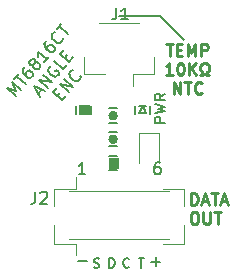
<source format=gbr>
%TF.GenerationSoftware,KiCad,Pcbnew,(5.99.0-11535-gf6cac49802)*%
%TF.CreationDate,2021-07-27T22:48:24-05:00*%
%TF.ProjectId,MT6816CT encoder breakout,4d543638-3136-4435-9420-656e636f6465,rev?*%
%TF.SameCoordinates,Original*%
%TF.FileFunction,Legend,Top*%
%TF.FilePolarity,Positive*%
%FSLAX46Y46*%
G04 Gerber Fmt 4.6, Leading zero omitted, Abs format (unit mm)*
G04 Created by KiCad (PCBNEW (5.99.0-11535-gf6cac49802)) date 2021-07-27 22:48:24*
%MOMM*%
%LPD*%
G01*
G04 APERTURE LIST*
%ADD10C,0.150000*%
%ADD11C,0.250000*%
%ADD12C,0.200000*%
%ADD13C,0.120000*%
%ADD14C,0.050000*%
%ADD15C,0.130000*%
%ADD16C,0.400000*%
G04 APERTURE END LIST*
D10*
X140171428Y-93061904D02*
X140628571Y-93061904D01*
X140400000Y-93861904D02*
X140400000Y-93061904D01*
X139347619Y-93785714D02*
X139309523Y-93823809D01*
X139195238Y-93861904D01*
X139119047Y-93861904D01*
X139004761Y-93823809D01*
X138928571Y-93747619D01*
X138890476Y-93671428D01*
X138852380Y-93519047D01*
X138852380Y-93404761D01*
X138890476Y-93252380D01*
X138928571Y-93176190D01*
X139004761Y-93100000D01*
X139119047Y-93061904D01*
X139195238Y-93061904D01*
X139309523Y-93100000D01*
X139347619Y-93138095D01*
X137690476Y-93861904D02*
X137690476Y-93061904D01*
X137880952Y-93061904D01*
X137995238Y-93100000D01*
X138071428Y-93176190D01*
X138109523Y-93252380D01*
X138147619Y-93404761D01*
X138147619Y-93519047D01*
X138109523Y-93671428D01*
X138071428Y-93747619D01*
X137995238Y-93823809D01*
X137880952Y-93861904D01*
X137690476Y-93861904D01*
X136371428Y-93823809D02*
X136485714Y-93861904D01*
X136676190Y-93861904D01*
X136752380Y-93823809D01*
X136790476Y-93785714D01*
X136828571Y-93709523D01*
X136828571Y-93633333D01*
X136790476Y-93557142D01*
X136752380Y-93519047D01*
X136676190Y-93480952D01*
X136523809Y-93442857D01*
X136447619Y-93404761D01*
X136409523Y-93366666D01*
X136371428Y-93290476D01*
X136371428Y-93214285D01*
X136409523Y-93138095D01*
X136447619Y-93100000D01*
X136523809Y-93061904D01*
X136714285Y-93061904D01*
X136828571Y-93100000D01*
X141219047Y-93371428D02*
X141980952Y-93371428D01*
X141600000Y-93752380D02*
X141600000Y-92990476D01*
X135019047Y-93271428D02*
X135780952Y-93271428D01*
X142000000Y-72600000D02*
X138500000Y-72600000D01*
X144000000Y-74600000D02*
X142000000Y-72600000D01*
D11*
X144600595Y-88547380D02*
X144600595Y-87547380D01*
X144838690Y-87547380D01*
X144981547Y-87595000D01*
X145076785Y-87690238D01*
X145124404Y-87785476D01*
X145172023Y-87975952D01*
X145172023Y-88118809D01*
X145124404Y-88309285D01*
X145076785Y-88404523D01*
X144981547Y-88499761D01*
X144838690Y-88547380D01*
X144600595Y-88547380D01*
X145552976Y-88261666D02*
X146029166Y-88261666D01*
X145457738Y-88547380D02*
X145791071Y-87547380D01*
X146124404Y-88547380D01*
X146314880Y-87547380D02*
X146886309Y-87547380D01*
X146600595Y-88547380D02*
X146600595Y-87547380D01*
X147172023Y-88261666D02*
X147648214Y-88261666D01*
X147076785Y-88547380D02*
X147410119Y-87547380D01*
X147743452Y-88547380D01*
X144791071Y-89157380D02*
X144981547Y-89157380D01*
X145076785Y-89205000D01*
X145172023Y-89300238D01*
X145219642Y-89490714D01*
X145219642Y-89824047D01*
X145172023Y-90014523D01*
X145076785Y-90109761D01*
X144981547Y-90157380D01*
X144791071Y-90157380D01*
X144695833Y-90109761D01*
X144600595Y-90014523D01*
X144552976Y-89824047D01*
X144552976Y-89490714D01*
X144600595Y-89300238D01*
X144695833Y-89205000D01*
X144791071Y-89157380D01*
X145648214Y-89157380D02*
X145648214Y-89966904D01*
X145695833Y-90062142D01*
X145743452Y-90109761D01*
X145838690Y-90157380D01*
X146029166Y-90157380D01*
X146124404Y-90109761D01*
X146172023Y-90062142D01*
X146219642Y-89966904D01*
X146219642Y-89157380D01*
X146552976Y-89157380D02*
X147124404Y-89157380D01*
X146838690Y-90157380D02*
X146838690Y-89157380D01*
D12*
X141940476Y-84952380D02*
X141750000Y-84952380D01*
X141654761Y-85000000D01*
X141607142Y-85047619D01*
X141511904Y-85190476D01*
X141464285Y-85380952D01*
X141464285Y-85761904D01*
X141511904Y-85857142D01*
X141559523Y-85904761D01*
X141654761Y-85952380D01*
X141845238Y-85952380D01*
X141940476Y-85904761D01*
X141988095Y-85857142D01*
X142035714Y-85761904D01*
X142035714Y-85523809D01*
X141988095Y-85428571D01*
X141940476Y-85380952D01*
X141845238Y-85333333D01*
X141654761Y-85333333D01*
X141559523Y-85380952D01*
X141511904Y-85428571D01*
X141464285Y-85523809D01*
X129763455Y-79337052D02*
X128997410Y-78694264D01*
X129758847Y-78898050D01*
X129425935Y-78183568D01*
X130191980Y-78826356D01*
X129640198Y-77928220D02*
X130007505Y-77490480D01*
X130589896Y-78352138D02*
X129823852Y-77709350D01*
X130497248Y-76906827D02*
X130374812Y-77052741D01*
X130350073Y-77156306D01*
X130355942Y-77223393D01*
X130404159Y-77388177D01*
X130519464Y-77547091D01*
X130811290Y-77791962D01*
X130914856Y-77816702D01*
X130981943Y-77810832D01*
X131079639Y-77768485D01*
X131202075Y-77622572D01*
X131226814Y-77519006D01*
X131220945Y-77451919D01*
X131178597Y-77354223D01*
X130996206Y-77201178D01*
X130892640Y-77176438D01*
X130825553Y-77182308D01*
X130727857Y-77224655D01*
X130605421Y-77370569D01*
X130580681Y-77474134D01*
X130586551Y-77541221D01*
X130628898Y-77638918D01*
X131254078Y-76671611D02*
X131156382Y-76713959D01*
X131089295Y-76719828D01*
X130985729Y-76695089D01*
X130949251Y-76664480D01*
X130906903Y-76566784D01*
X130901034Y-76499697D01*
X130925773Y-76396131D01*
X131048209Y-76250218D01*
X131145905Y-76207870D01*
X131212992Y-76202001D01*
X131316558Y-76226740D01*
X131353036Y-76257349D01*
X131395384Y-76355045D01*
X131401253Y-76422133D01*
X131376514Y-76525698D01*
X131254078Y-76671611D01*
X131229338Y-76775177D01*
X131235208Y-76842264D01*
X131277555Y-76939960D01*
X131423469Y-77062396D01*
X131527034Y-77087136D01*
X131594121Y-77081266D01*
X131691818Y-77038919D01*
X131814253Y-76893005D01*
X131838993Y-76789440D01*
X131833124Y-76722353D01*
X131790776Y-76624656D01*
X131644863Y-76502221D01*
X131541297Y-76477481D01*
X131474210Y-76483350D01*
X131376514Y-76525698D01*
X132548868Y-76017526D02*
X132181561Y-76455266D01*
X132365214Y-76236396D02*
X131599170Y-75593608D01*
X131647387Y-75758392D01*
X131659126Y-75892566D01*
X131634386Y-75996132D01*
X132333784Y-74718129D02*
X132211348Y-74864042D01*
X132186609Y-74967608D01*
X132192478Y-75034695D01*
X132240695Y-75199478D01*
X132356000Y-75358392D01*
X132647826Y-75603264D01*
X132751392Y-75628003D01*
X132818479Y-75622134D01*
X132916175Y-75579786D01*
X133038611Y-75433873D01*
X133063350Y-75330308D01*
X133057481Y-75263220D01*
X133015133Y-75165524D01*
X132832742Y-75012479D01*
X132729176Y-74987740D01*
X132662089Y-74993609D01*
X132564393Y-75035957D01*
X132441957Y-75181870D01*
X132417217Y-75285436D01*
X132423087Y-75352523D01*
X132465434Y-75450219D01*
X133730877Y-74460698D02*
X133736747Y-74527785D01*
X133681398Y-74667829D01*
X133620180Y-74740785D01*
X133491875Y-74819611D01*
X133357701Y-74831350D01*
X133254135Y-74806610D01*
X133077613Y-74720653D01*
X132968178Y-74628826D01*
X132852874Y-74469912D01*
X132810526Y-74372216D01*
X132798788Y-74238042D01*
X132854136Y-74097998D01*
X132915354Y-74025041D01*
X133043659Y-73946215D01*
X133110746Y-73940346D01*
X133221443Y-73660258D02*
X133588750Y-73222518D01*
X134171141Y-74084176D02*
X133405097Y-73441388D01*
X131665576Y-79130415D02*
X131971665Y-78765632D01*
X131823228Y-79387026D02*
X131271446Y-78488890D01*
X132251753Y-78876329D01*
X132466016Y-78620981D02*
X131699971Y-77978194D01*
X132833323Y-78183242D01*
X132067278Y-77540454D01*
X132746544Y-76805018D02*
X132648848Y-76847366D01*
X132557021Y-76956801D01*
X132501673Y-77096845D01*
X132513412Y-77231019D01*
X132555759Y-77328716D01*
X132671064Y-77487630D01*
X132780498Y-77579456D01*
X132957021Y-77665414D01*
X133060586Y-77690153D01*
X133194761Y-77678415D01*
X133323066Y-77599589D01*
X133384284Y-77526632D01*
X133439632Y-77386588D01*
X133433763Y-77319501D01*
X133178415Y-77105238D01*
X133055979Y-77251152D01*
X134088289Y-76687631D02*
X133782200Y-77052414D01*
X133016155Y-76409626D01*
X133901290Y-76095585D02*
X134115553Y-75840236D01*
X134608641Y-76067500D02*
X134302552Y-76432283D01*
X133536507Y-75789495D01*
X133842597Y-75424712D01*
X133282782Y-79337410D02*
X133497044Y-79082062D01*
X133990132Y-79309325D02*
X133684043Y-79674108D01*
X132917999Y-79031321D01*
X133224088Y-78666538D01*
X134265613Y-78981021D02*
X133499568Y-78338233D01*
X134632920Y-78543281D01*
X133866876Y-77900493D01*
X135233360Y-77679540D02*
X135239229Y-77746627D01*
X135183881Y-77886671D01*
X135122663Y-77959628D01*
X134994358Y-78038454D01*
X134860183Y-78050193D01*
X134756618Y-78025453D01*
X134580096Y-77939496D01*
X134470661Y-77847669D01*
X134355357Y-77688755D01*
X134313009Y-77591059D01*
X134301270Y-77456884D01*
X134356619Y-77316840D01*
X134417836Y-77243884D01*
X134546142Y-77165058D01*
X134613229Y-77159188D01*
D11*
X142490476Y-74942380D02*
X143061904Y-74942380D01*
X142776190Y-75942380D02*
X142776190Y-74942380D01*
X143395238Y-75418571D02*
X143728571Y-75418571D01*
X143871428Y-75942380D02*
X143395238Y-75942380D01*
X143395238Y-74942380D01*
X143871428Y-74942380D01*
X144300000Y-75942380D02*
X144300000Y-74942380D01*
X144633333Y-75656666D01*
X144966666Y-74942380D01*
X144966666Y-75942380D01*
X145442857Y-75942380D02*
X145442857Y-74942380D01*
X145823809Y-74942380D01*
X145919047Y-74990000D01*
X145966666Y-75037619D01*
X146014285Y-75132857D01*
X146014285Y-75275714D01*
X145966666Y-75370952D01*
X145919047Y-75418571D01*
X145823809Y-75466190D01*
X145442857Y-75466190D01*
X143038095Y-77552380D02*
X142466666Y-77552380D01*
X142752380Y-77552380D02*
X142752380Y-76552380D01*
X142657142Y-76695238D01*
X142561904Y-76790476D01*
X142466666Y-76838095D01*
X143657142Y-76552380D02*
X143752380Y-76552380D01*
X143847619Y-76600000D01*
X143895238Y-76647619D01*
X143942857Y-76742857D01*
X143990476Y-76933333D01*
X143990476Y-77171428D01*
X143942857Y-77361904D01*
X143895238Y-77457142D01*
X143847619Y-77504761D01*
X143752380Y-77552380D01*
X143657142Y-77552380D01*
X143561904Y-77504761D01*
X143514285Y-77457142D01*
X143466666Y-77361904D01*
X143419047Y-77171428D01*
X143419047Y-76933333D01*
X143466666Y-76742857D01*
X143514285Y-76647619D01*
X143561904Y-76600000D01*
X143657142Y-76552380D01*
X144419047Y-77552380D02*
X144419047Y-76552380D01*
X144990476Y-77552380D02*
X144561904Y-76980952D01*
X144990476Y-76552380D02*
X144419047Y-77123809D01*
X145371428Y-77552380D02*
X145609523Y-77552380D01*
X145609523Y-77361904D01*
X145514285Y-77314285D01*
X145419047Y-77219047D01*
X145371428Y-77076190D01*
X145371428Y-76838095D01*
X145419047Y-76695238D01*
X145514285Y-76600000D01*
X145657142Y-76552380D01*
X145847619Y-76552380D01*
X145990476Y-76600000D01*
X146085714Y-76695238D01*
X146133333Y-76838095D01*
X146133333Y-77076190D01*
X146085714Y-77219047D01*
X145990476Y-77314285D01*
X145895238Y-77361904D01*
X145895238Y-77552380D01*
X146133333Y-77552380D01*
X143133333Y-79162380D02*
X143133333Y-78162380D01*
X143704761Y-79162380D01*
X143704761Y-78162380D01*
X144038095Y-78162380D02*
X144609523Y-78162380D01*
X144323809Y-79162380D02*
X144323809Y-78162380D01*
X145514285Y-79067142D02*
X145466666Y-79114761D01*
X145323809Y-79162380D01*
X145228571Y-79162380D01*
X145085714Y-79114761D01*
X144990476Y-79019523D01*
X144942857Y-78924285D01*
X144895238Y-78733809D01*
X144895238Y-78590952D01*
X144942857Y-78400476D01*
X144990476Y-78305238D01*
X145085714Y-78210000D01*
X145228571Y-78162380D01*
X145323809Y-78162380D01*
X145466666Y-78210000D01*
X145514285Y-78257619D01*
D12*
X135660714Y-85952380D02*
X135089285Y-85952380D01*
X135375000Y-85952380D02*
X135375000Y-84952380D01*
X135279761Y-85095238D01*
X135184523Y-85190476D01*
X135089285Y-85238095D01*
X142407142Y-81600000D02*
X141507142Y-81600000D01*
X141507142Y-81257142D01*
X141550000Y-81171428D01*
X141592857Y-81128571D01*
X141678571Y-81085714D01*
X141807142Y-81085714D01*
X141892857Y-81128571D01*
X141935714Y-81171428D01*
X141978571Y-81257142D01*
X141978571Y-81600000D01*
X141507142Y-80785714D02*
X142407142Y-80571428D01*
X141764285Y-80400000D01*
X142407142Y-80228571D01*
X141507142Y-80014285D01*
X142407142Y-79157142D02*
X141978571Y-79457142D01*
X142407142Y-79671428D02*
X141507142Y-79671428D01*
X141507142Y-79328571D01*
X141550000Y-79242857D01*
X141592857Y-79200000D01*
X141678571Y-79157142D01*
X141807142Y-79157142D01*
X141892857Y-79200000D01*
X141935714Y-79242857D01*
X141978571Y-79328571D01*
X141978571Y-79671428D01*
D10*
%TO.C,J2*%
X131416666Y-87452380D02*
X131416666Y-88166666D01*
X131369047Y-88309523D01*
X131273809Y-88404761D01*
X131130952Y-88452380D01*
X131035714Y-88452380D01*
X131845238Y-87547619D02*
X131892857Y-87500000D01*
X131988095Y-87452380D01*
X132226190Y-87452380D01*
X132321428Y-87500000D01*
X132369047Y-87547619D01*
X132416666Y-87642857D01*
X132416666Y-87738095D01*
X132369047Y-87880952D01*
X131797619Y-88452380D01*
X132416666Y-88452380D01*
%TO.C,J1*%
X138266666Y-71852380D02*
X138266666Y-72566666D01*
X138219047Y-72709523D01*
X138123809Y-72804761D01*
X137980952Y-72852380D01*
X137885714Y-72852380D01*
X139266666Y-72852380D02*
X138695238Y-72852380D01*
X138980952Y-72852380D02*
X138980952Y-71852380D01*
X138885714Y-71995238D01*
X138790476Y-72090476D01*
X138695238Y-72138095D01*
D13*
%TO.C,J3*%
X134285000Y-91460000D02*
X142715000Y-91460000D01*
X143985000Y-88640000D02*
X143985000Y-87190000D01*
X143985000Y-87190000D02*
X142185000Y-87190000D01*
X134815000Y-87190000D02*
X134815000Y-86200000D01*
X133015000Y-88640000D02*
X133015000Y-87190000D01*
X133015000Y-87190000D02*
X134815000Y-87190000D01*
D14*
%TO.C,R1*%
X135075000Y-80875000D02*
X135925000Y-80875000D01*
X135925000Y-80875000D02*
X135925000Y-80125000D01*
X135925000Y-80125000D02*
X135075000Y-80125000D01*
X135075000Y-80125000D02*
X135075000Y-80750000D01*
X135075000Y-80750000D02*
X135075000Y-80875000D01*
G36*
X135925000Y-80875000D02*
G01*
X135075000Y-80875000D01*
X135075000Y-80125000D01*
X135925000Y-80125000D01*
X135925000Y-80875000D01*
G37*
X135925000Y-80875000D02*
X135075000Y-80875000D01*
X135075000Y-80125000D01*
X135925000Y-80125000D01*
X135925000Y-80875000D01*
D15*
X134890000Y-80850000D02*
X134890000Y-80150000D01*
X136110000Y-80150000D02*
X136110000Y-80850000D01*
%TO.C,R2*%
X137650000Y-84390000D02*
X138350000Y-84390000D01*
X138350000Y-85610000D02*
X137650000Y-85610000D01*
D14*
X138375000Y-85425000D02*
X138375000Y-84575000D01*
X138375000Y-84575000D02*
X137625000Y-84575000D01*
X137625000Y-84575000D02*
X137625000Y-85425000D01*
X137625000Y-85425000D02*
X138250000Y-85425000D01*
X138250000Y-85425000D02*
X138375000Y-85425000D01*
G36*
X138375000Y-85425000D02*
G01*
X137625000Y-85425000D01*
X137625000Y-84575000D01*
X138375000Y-84575000D01*
X138375000Y-85425000D01*
G37*
X138375000Y-85425000D02*
X137625000Y-85425000D01*
X137625000Y-84575000D01*
X138375000Y-84575000D01*
X138375000Y-85425000D01*
D13*
%TO.C,J2*%
X143985000Y-91860000D02*
X142185000Y-91860000D01*
X143985000Y-90260000D02*
X143985000Y-91860000D01*
X134815000Y-91860000D02*
X134815000Y-92800000D01*
X134285000Y-87390000D02*
X142715000Y-87390000D01*
X133015000Y-91860000D02*
X134815000Y-91860000D01*
X133015000Y-90260000D02*
X133015000Y-91860000D01*
%TO.C,J1*%
X135515000Y-76010000D02*
X135515000Y-77460000D01*
X140215000Y-73190000D02*
X136785000Y-73190000D01*
X141485000Y-77460000D02*
X139685000Y-77460000D01*
X139685000Y-77460000D02*
X139685000Y-78450000D01*
X135515000Y-77460000D02*
X137315000Y-77460000D01*
X141485000Y-76010000D02*
X141485000Y-77460000D01*
D15*
%TO.C,D1*%
X140200000Y-80800000D02*
X140500000Y-80200000D01*
X140800000Y-80800000D02*
X140200000Y-80800000D01*
X139890000Y-80850000D02*
X139890000Y-80150000D01*
X140800000Y-80200000D02*
X140200000Y-80200000D01*
X140500000Y-80200000D02*
X140800000Y-80800000D01*
X141110000Y-80150000D02*
X141110000Y-80850000D01*
D13*
%TO.C,D2*%
X141850000Y-82500000D02*
X141850000Y-85050000D01*
X141850000Y-82500000D02*
X140150000Y-82500000D01*
X140150000Y-82500000D02*
X140150000Y-85050000D01*
D15*
%TO.C,C1*%
X137650000Y-80390000D02*
X138350000Y-80390000D01*
X138350000Y-81610000D02*
X137650000Y-81610000D01*
D16*
X138200000Y-81000000D02*
G75*
G03*
X138200000Y-81000000I-200000J0D01*
G01*
D15*
%TO.C,C2*%
X137650000Y-82390000D02*
X138350000Y-82390000D01*
X138350000Y-83610000D02*
X137650000Y-83610000D01*
D16*
X138200000Y-83000000D02*
G75*
G03*
X138200000Y-83000000I-200000J0D01*
G01*
%TD*%
M02*

</source>
